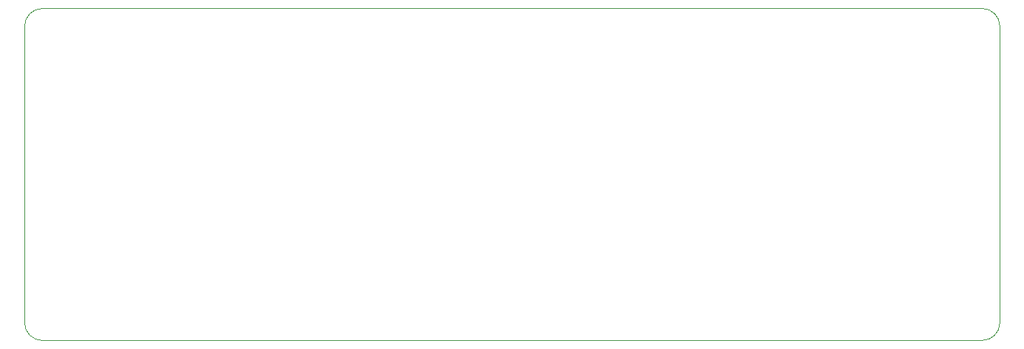
<source format=gbr>
%TF.GenerationSoftware,KiCad,Pcbnew,7.0.8*%
%TF.CreationDate,2024-09-13T08:40:35+02:00*%
%TF.ProjectId,Servotester,53657276-6f74-4657-9374-65722e6b6963,rev?*%
%TF.SameCoordinates,Original*%
%TF.FileFunction,Profile,NP*%
%FSLAX46Y46*%
G04 Gerber Fmt 4.6, Leading zero omitted, Abs format (unit mm)*
G04 Created by KiCad (PCBNEW 7.0.8) date 2024-09-13 08:40:35*
%MOMM*%
%LPD*%
G01*
G04 APERTURE LIST*
%TA.AperFunction,Profile*%
%ADD10C,0.050000*%
%TD*%
G04 APERTURE END LIST*
D10*
X25400000Y-116078000D02*
X25400000Y-82042000D01*
X27432000Y-80010000D02*
G75*
G03*
X25400000Y-82042000I0J-2032000D01*
G01*
X137160000Y-82042000D02*
X137160000Y-116078000D01*
X137160000Y-82042000D02*
G75*
G03*
X135128000Y-80010000I-2032000J0D01*
G01*
X135128000Y-118110000D02*
X27432000Y-118110000D01*
X135128000Y-118110000D02*
G75*
G03*
X137160000Y-116078000I0J2032000D01*
G01*
X25400000Y-116078000D02*
G75*
G03*
X27432000Y-118110000I2032000J0D01*
G01*
X27432000Y-80010000D02*
X135128000Y-80010000D01*
M02*

</source>
